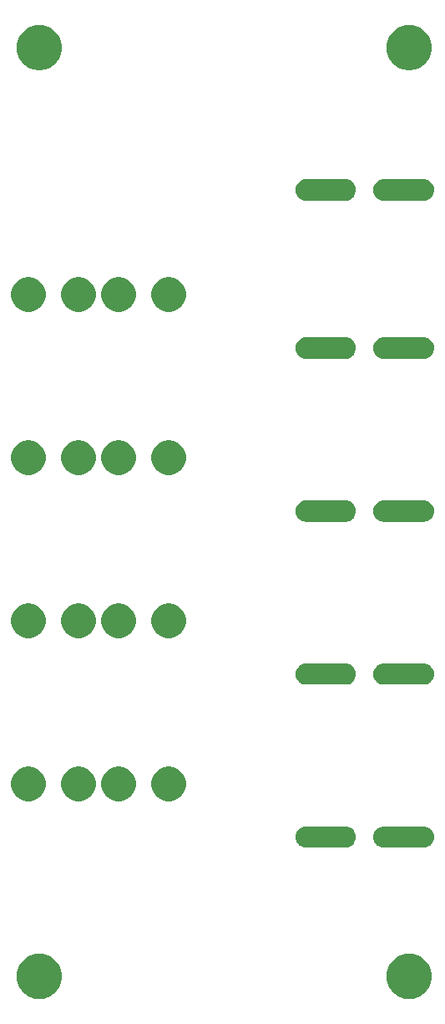
<source format=gbr>
G04 #@! TF.GenerationSoftware,KiCad,Pcbnew,5.1.5-52549c5~84~ubuntu18.04.1*
G04 #@! TF.CreationDate,2020-03-21T09:19:16-06:00*
G04 #@! TF.ProjectId,anderson_fuse_board,616e6465-7273-46f6-9e5f-667573655f62,rev?*
G04 #@! TF.SameCoordinates,Original*
G04 #@! TF.FileFunction,Soldermask,Top*
G04 #@! TF.FilePolarity,Negative*
%FSLAX46Y46*%
G04 Gerber Fmt 4.6, Leading zero omitted, Abs format (unit mm)*
G04 Created by KiCad (PCBNEW 5.1.5-52549c5~84~ubuntu18.04.1) date 2020-03-21 09:19:16*
%MOMM*%
%LPD*%
G04 APERTURE LIST*
%ADD10C,0.100000*%
G04 APERTURE END LIST*
D10*
G36*
X116948903Y-151743213D02*
G01*
X117171177Y-151787426D01*
X117589932Y-151960880D01*
X117966802Y-152212696D01*
X118287304Y-152533198D01*
X118539120Y-152910068D01*
X118712574Y-153328823D01*
X118801000Y-153773371D01*
X118801000Y-154226629D01*
X118712574Y-154671177D01*
X118539120Y-155089932D01*
X118287304Y-155466802D01*
X117966802Y-155787304D01*
X117589932Y-156039120D01*
X117171177Y-156212574D01*
X116948903Y-156256787D01*
X116726630Y-156301000D01*
X116273370Y-156301000D01*
X116051097Y-156256787D01*
X115828823Y-156212574D01*
X115410068Y-156039120D01*
X115033198Y-155787304D01*
X114712696Y-155466802D01*
X114460880Y-155089932D01*
X114287426Y-154671177D01*
X114199000Y-154226629D01*
X114199000Y-153773371D01*
X114287426Y-153328823D01*
X114460880Y-152910068D01*
X114712696Y-152533198D01*
X115033198Y-152212696D01*
X115410068Y-151960880D01*
X115828823Y-151787426D01*
X116051097Y-151743213D01*
X116273370Y-151699000D01*
X116726630Y-151699000D01*
X116948903Y-151743213D01*
G37*
G36*
X79448903Y-151743213D02*
G01*
X79671177Y-151787426D01*
X80089932Y-151960880D01*
X80466802Y-152212696D01*
X80787304Y-152533198D01*
X81039120Y-152910068D01*
X81212574Y-153328823D01*
X81301000Y-153773371D01*
X81301000Y-154226629D01*
X81212574Y-154671177D01*
X81039120Y-155089932D01*
X80787304Y-155466802D01*
X80466802Y-155787304D01*
X80089932Y-156039120D01*
X79671177Y-156212574D01*
X79448903Y-156256787D01*
X79226630Y-156301000D01*
X78773370Y-156301000D01*
X78551097Y-156256787D01*
X78328823Y-156212574D01*
X77910068Y-156039120D01*
X77533198Y-155787304D01*
X77212696Y-155466802D01*
X76960880Y-155089932D01*
X76787426Y-154671177D01*
X76699000Y-154226629D01*
X76699000Y-153773371D01*
X76787426Y-153328823D01*
X76960880Y-152910068D01*
X77212696Y-152533198D01*
X77533198Y-152212696D01*
X77910068Y-151960880D01*
X78328823Y-151787426D01*
X78551097Y-151743213D01*
X78773370Y-151699000D01*
X79226630Y-151699000D01*
X79448903Y-151743213D01*
G37*
G36*
X110136528Y-138819238D02*
G01*
X110242893Y-138829714D01*
X110447605Y-138891813D01*
X110636268Y-138992655D01*
X110687647Y-139034821D01*
X110801634Y-139128366D01*
X110895179Y-139242353D01*
X110937345Y-139293732D01*
X111038187Y-139482395D01*
X111100286Y-139687107D01*
X111121254Y-139900000D01*
X111100286Y-140112893D01*
X111038187Y-140317605D01*
X110937345Y-140506268D01*
X110895179Y-140557647D01*
X110801634Y-140671634D01*
X110687647Y-140765179D01*
X110636268Y-140807345D01*
X110447605Y-140908187D01*
X110242893Y-140970286D01*
X110136528Y-140980762D01*
X110083346Y-140986000D01*
X106016654Y-140986000D01*
X105963472Y-140980762D01*
X105857107Y-140970286D01*
X105652395Y-140908187D01*
X105463732Y-140807345D01*
X105412353Y-140765179D01*
X105298366Y-140671634D01*
X105204821Y-140557647D01*
X105162655Y-140506268D01*
X105061813Y-140317605D01*
X104999714Y-140112893D01*
X104978746Y-139900000D01*
X104999714Y-139687107D01*
X105061813Y-139482395D01*
X105162655Y-139293732D01*
X105204821Y-139242353D01*
X105298366Y-139128366D01*
X105412353Y-139034821D01*
X105463732Y-138992655D01*
X105652395Y-138891813D01*
X105857107Y-138829714D01*
X105963472Y-138819238D01*
X106016654Y-138814000D01*
X110083346Y-138814000D01*
X110136528Y-138819238D01*
G37*
G36*
X118036528Y-138819238D02*
G01*
X118142893Y-138829714D01*
X118347605Y-138891813D01*
X118536268Y-138992655D01*
X118587647Y-139034821D01*
X118701634Y-139128366D01*
X118795179Y-139242353D01*
X118837345Y-139293732D01*
X118938187Y-139482395D01*
X119000286Y-139687107D01*
X119021254Y-139900000D01*
X119000286Y-140112893D01*
X118938187Y-140317605D01*
X118837345Y-140506268D01*
X118795179Y-140557647D01*
X118701634Y-140671634D01*
X118587647Y-140765179D01*
X118536268Y-140807345D01*
X118347605Y-140908187D01*
X118142893Y-140970286D01*
X118036528Y-140980762D01*
X117983346Y-140986000D01*
X113916654Y-140986000D01*
X113863472Y-140980762D01*
X113757107Y-140970286D01*
X113552395Y-140908187D01*
X113363732Y-140807345D01*
X113312353Y-140765179D01*
X113198366Y-140671634D01*
X113104821Y-140557647D01*
X113062655Y-140506268D01*
X112961813Y-140317605D01*
X112899714Y-140112893D01*
X112878746Y-139900000D01*
X112899714Y-139687107D01*
X112961813Y-139482395D01*
X113062655Y-139293732D01*
X113104821Y-139242353D01*
X113198366Y-139128366D01*
X113312353Y-139034821D01*
X113363732Y-138992655D01*
X113552395Y-138891813D01*
X113757107Y-138829714D01*
X113863472Y-138819238D01*
X113916654Y-138814000D01*
X117983346Y-138814000D01*
X118036528Y-138819238D01*
G37*
G36*
X92507985Y-132823860D02*
G01*
X92620748Y-132846290D01*
X92752741Y-132900963D01*
X92939408Y-132978283D01*
X93226196Y-133169909D01*
X93470091Y-133413804D01*
X93661717Y-133700592D01*
X93793710Y-134019253D01*
X93861000Y-134357540D01*
X93861000Y-134702460D01*
X93793710Y-135040747D01*
X93661717Y-135359408D01*
X93470091Y-135646196D01*
X93226196Y-135890091D01*
X92939408Y-136081717D01*
X92752741Y-136159037D01*
X92620748Y-136213710D01*
X92507985Y-136236140D01*
X92282460Y-136281000D01*
X91937540Y-136281000D01*
X91712015Y-136236140D01*
X91599252Y-136213710D01*
X91467259Y-136159037D01*
X91280592Y-136081717D01*
X90993804Y-135890091D01*
X90749909Y-135646196D01*
X90558283Y-135359408D01*
X90426290Y-135040747D01*
X90359000Y-134702460D01*
X90359000Y-134357540D01*
X90426290Y-134019253D01*
X90558283Y-133700592D01*
X90749909Y-133413804D01*
X90993804Y-133169909D01*
X91280592Y-132978283D01*
X91467259Y-132900963D01*
X91599252Y-132846290D01*
X91712015Y-132823860D01*
X91937540Y-132779000D01*
X92282460Y-132779000D01*
X92507985Y-132823860D01*
G37*
G36*
X87427985Y-132823860D02*
G01*
X87540748Y-132846290D01*
X87672741Y-132900963D01*
X87859408Y-132978283D01*
X88146196Y-133169909D01*
X88390091Y-133413804D01*
X88581717Y-133700592D01*
X88713710Y-134019253D01*
X88781000Y-134357540D01*
X88781000Y-134702460D01*
X88713710Y-135040747D01*
X88581717Y-135359408D01*
X88390091Y-135646196D01*
X88146196Y-135890091D01*
X87859408Y-136081717D01*
X87672741Y-136159037D01*
X87540748Y-136213710D01*
X87427985Y-136236140D01*
X87202460Y-136281000D01*
X86857540Y-136281000D01*
X86632015Y-136236140D01*
X86519252Y-136213710D01*
X86387259Y-136159037D01*
X86200592Y-136081717D01*
X85913804Y-135890091D01*
X85669909Y-135646196D01*
X85478283Y-135359408D01*
X85346290Y-135040747D01*
X85279000Y-134702460D01*
X85279000Y-134357540D01*
X85346290Y-134019253D01*
X85478283Y-133700592D01*
X85669909Y-133413804D01*
X85913804Y-133169909D01*
X86200592Y-132978283D01*
X86387259Y-132900963D01*
X86519252Y-132846290D01*
X86632015Y-132823860D01*
X86857540Y-132779000D01*
X87202460Y-132779000D01*
X87427985Y-132823860D01*
G37*
G36*
X83367985Y-132823860D02*
G01*
X83480748Y-132846290D01*
X83612741Y-132900963D01*
X83799408Y-132978283D01*
X84086196Y-133169909D01*
X84330091Y-133413804D01*
X84521717Y-133700592D01*
X84653710Y-134019253D01*
X84721000Y-134357540D01*
X84721000Y-134702460D01*
X84653710Y-135040747D01*
X84521717Y-135359408D01*
X84330091Y-135646196D01*
X84086196Y-135890091D01*
X83799408Y-136081717D01*
X83612741Y-136159037D01*
X83480748Y-136213710D01*
X83367985Y-136236140D01*
X83142460Y-136281000D01*
X82797540Y-136281000D01*
X82572015Y-136236140D01*
X82459252Y-136213710D01*
X82327259Y-136159037D01*
X82140592Y-136081717D01*
X81853804Y-135890091D01*
X81609909Y-135646196D01*
X81418283Y-135359408D01*
X81286290Y-135040747D01*
X81219000Y-134702460D01*
X81219000Y-134357540D01*
X81286290Y-134019253D01*
X81418283Y-133700592D01*
X81609909Y-133413804D01*
X81853804Y-133169909D01*
X82140592Y-132978283D01*
X82327259Y-132900963D01*
X82459252Y-132846290D01*
X82572015Y-132823860D01*
X82797540Y-132779000D01*
X83142460Y-132779000D01*
X83367985Y-132823860D01*
G37*
G36*
X78287985Y-132823860D02*
G01*
X78400748Y-132846290D01*
X78532741Y-132900963D01*
X78719408Y-132978283D01*
X79006196Y-133169909D01*
X79250091Y-133413804D01*
X79441717Y-133700592D01*
X79573710Y-134019253D01*
X79641000Y-134357540D01*
X79641000Y-134702460D01*
X79573710Y-135040747D01*
X79441717Y-135359408D01*
X79250091Y-135646196D01*
X79006196Y-135890091D01*
X78719408Y-136081717D01*
X78532741Y-136159037D01*
X78400748Y-136213710D01*
X78287985Y-136236140D01*
X78062460Y-136281000D01*
X77717540Y-136281000D01*
X77492015Y-136236140D01*
X77379252Y-136213710D01*
X77247259Y-136159037D01*
X77060592Y-136081717D01*
X76773804Y-135890091D01*
X76529909Y-135646196D01*
X76338283Y-135359408D01*
X76206290Y-135040747D01*
X76139000Y-134702460D01*
X76139000Y-134357540D01*
X76206290Y-134019253D01*
X76338283Y-133700592D01*
X76529909Y-133413804D01*
X76773804Y-133169909D01*
X77060592Y-132978283D01*
X77247259Y-132900963D01*
X77379252Y-132846290D01*
X77492015Y-132823860D01*
X77717540Y-132779000D01*
X78062460Y-132779000D01*
X78287985Y-132823860D01*
G37*
G36*
X110136528Y-122319238D02*
G01*
X110242893Y-122329714D01*
X110447605Y-122391813D01*
X110636268Y-122492655D01*
X110687647Y-122534821D01*
X110801634Y-122628366D01*
X110895179Y-122742353D01*
X110937345Y-122793732D01*
X111038187Y-122982395D01*
X111100286Y-123187107D01*
X111121254Y-123400000D01*
X111100286Y-123612893D01*
X111038187Y-123817605D01*
X110937345Y-124006268D01*
X110895179Y-124057647D01*
X110801634Y-124171634D01*
X110687647Y-124265179D01*
X110636268Y-124307345D01*
X110447605Y-124408187D01*
X110242893Y-124470286D01*
X110136528Y-124480762D01*
X110083346Y-124486000D01*
X106016654Y-124486000D01*
X105963472Y-124480762D01*
X105857107Y-124470286D01*
X105652395Y-124408187D01*
X105463732Y-124307345D01*
X105412353Y-124265179D01*
X105298366Y-124171634D01*
X105204821Y-124057647D01*
X105162655Y-124006268D01*
X105061813Y-123817605D01*
X104999714Y-123612893D01*
X104978746Y-123400000D01*
X104999714Y-123187107D01*
X105061813Y-122982395D01*
X105162655Y-122793732D01*
X105204821Y-122742353D01*
X105298366Y-122628366D01*
X105412353Y-122534821D01*
X105463732Y-122492655D01*
X105652395Y-122391813D01*
X105857107Y-122329714D01*
X105963472Y-122319238D01*
X106016654Y-122314000D01*
X110083346Y-122314000D01*
X110136528Y-122319238D01*
G37*
G36*
X118036528Y-122319238D02*
G01*
X118142893Y-122329714D01*
X118347605Y-122391813D01*
X118536268Y-122492655D01*
X118587647Y-122534821D01*
X118701634Y-122628366D01*
X118795179Y-122742353D01*
X118837345Y-122793732D01*
X118938187Y-122982395D01*
X119000286Y-123187107D01*
X119021254Y-123400000D01*
X119000286Y-123612893D01*
X118938187Y-123817605D01*
X118837345Y-124006268D01*
X118795179Y-124057647D01*
X118701634Y-124171634D01*
X118587647Y-124265179D01*
X118536268Y-124307345D01*
X118347605Y-124408187D01*
X118142893Y-124470286D01*
X118036528Y-124480762D01*
X117983346Y-124486000D01*
X113916654Y-124486000D01*
X113863472Y-124480762D01*
X113757107Y-124470286D01*
X113552395Y-124408187D01*
X113363732Y-124307345D01*
X113312353Y-124265179D01*
X113198366Y-124171634D01*
X113104821Y-124057647D01*
X113062655Y-124006268D01*
X112961813Y-123817605D01*
X112899714Y-123612893D01*
X112878746Y-123400000D01*
X112899714Y-123187107D01*
X112961813Y-122982395D01*
X113062655Y-122793732D01*
X113104821Y-122742353D01*
X113198366Y-122628366D01*
X113312353Y-122534821D01*
X113363732Y-122492655D01*
X113552395Y-122391813D01*
X113757107Y-122329714D01*
X113863472Y-122319238D01*
X113916654Y-122314000D01*
X117983346Y-122314000D01*
X118036528Y-122319238D01*
G37*
G36*
X92507985Y-116313860D02*
G01*
X92620748Y-116336290D01*
X92752741Y-116390963D01*
X92939408Y-116468283D01*
X93226196Y-116659909D01*
X93470091Y-116903804D01*
X93661717Y-117190592D01*
X93793710Y-117509253D01*
X93861000Y-117847540D01*
X93861000Y-118192460D01*
X93793710Y-118530747D01*
X93661717Y-118849408D01*
X93470091Y-119136196D01*
X93226196Y-119380091D01*
X92939408Y-119571717D01*
X92752741Y-119649037D01*
X92620748Y-119703710D01*
X92507985Y-119726140D01*
X92282460Y-119771000D01*
X91937540Y-119771000D01*
X91712015Y-119726140D01*
X91599252Y-119703710D01*
X91467259Y-119649037D01*
X91280592Y-119571717D01*
X90993804Y-119380091D01*
X90749909Y-119136196D01*
X90558283Y-118849408D01*
X90426290Y-118530747D01*
X90359000Y-118192460D01*
X90359000Y-117847540D01*
X90426290Y-117509253D01*
X90558283Y-117190592D01*
X90749909Y-116903804D01*
X90993804Y-116659909D01*
X91280592Y-116468283D01*
X91467259Y-116390963D01*
X91599252Y-116336290D01*
X91712015Y-116313860D01*
X91937540Y-116269000D01*
X92282460Y-116269000D01*
X92507985Y-116313860D01*
G37*
G36*
X78287985Y-116313860D02*
G01*
X78400748Y-116336290D01*
X78532741Y-116390963D01*
X78719408Y-116468283D01*
X79006196Y-116659909D01*
X79250091Y-116903804D01*
X79441717Y-117190592D01*
X79573710Y-117509253D01*
X79641000Y-117847540D01*
X79641000Y-118192460D01*
X79573710Y-118530747D01*
X79441717Y-118849408D01*
X79250091Y-119136196D01*
X79006196Y-119380091D01*
X78719408Y-119571717D01*
X78532741Y-119649037D01*
X78400748Y-119703710D01*
X78287985Y-119726140D01*
X78062460Y-119771000D01*
X77717540Y-119771000D01*
X77492015Y-119726140D01*
X77379252Y-119703710D01*
X77247259Y-119649037D01*
X77060592Y-119571717D01*
X76773804Y-119380091D01*
X76529909Y-119136196D01*
X76338283Y-118849408D01*
X76206290Y-118530747D01*
X76139000Y-118192460D01*
X76139000Y-117847540D01*
X76206290Y-117509253D01*
X76338283Y-117190592D01*
X76529909Y-116903804D01*
X76773804Y-116659909D01*
X77060592Y-116468283D01*
X77247259Y-116390963D01*
X77379252Y-116336290D01*
X77492015Y-116313860D01*
X77717540Y-116269000D01*
X78062460Y-116269000D01*
X78287985Y-116313860D01*
G37*
G36*
X83367985Y-116313860D02*
G01*
X83480748Y-116336290D01*
X83612741Y-116390963D01*
X83799408Y-116468283D01*
X84086196Y-116659909D01*
X84330091Y-116903804D01*
X84521717Y-117190592D01*
X84653710Y-117509253D01*
X84721000Y-117847540D01*
X84721000Y-118192460D01*
X84653710Y-118530747D01*
X84521717Y-118849408D01*
X84330091Y-119136196D01*
X84086196Y-119380091D01*
X83799408Y-119571717D01*
X83612741Y-119649037D01*
X83480748Y-119703710D01*
X83367985Y-119726140D01*
X83142460Y-119771000D01*
X82797540Y-119771000D01*
X82572015Y-119726140D01*
X82459252Y-119703710D01*
X82327259Y-119649037D01*
X82140592Y-119571717D01*
X81853804Y-119380091D01*
X81609909Y-119136196D01*
X81418283Y-118849408D01*
X81286290Y-118530747D01*
X81219000Y-118192460D01*
X81219000Y-117847540D01*
X81286290Y-117509253D01*
X81418283Y-117190592D01*
X81609909Y-116903804D01*
X81853804Y-116659909D01*
X82140592Y-116468283D01*
X82327259Y-116390963D01*
X82459252Y-116336290D01*
X82572015Y-116313860D01*
X82797540Y-116269000D01*
X83142460Y-116269000D01*
X83367985Y-116313860D01*
G37*
G36*
X87427985Y-116313860D02*
G01*
X87540748Y-116336290D01*
X87672741Y-116390963D01*
X87859408Y-116468283D01*
X88146196Y-116659909D01*
X88390091Y-116903804D01*
X88581717Y-117190592D01*
X88713710Y-117509253D01*
X88781000Y-117847540D01*
X88781000Y-118192460D01*
X88713710Y-118530747D01*
X88581717Y-118849408D01*
X88390091Y-119136196D01*
X88146196Y-119380091D01*
X87859408Y-119571717D01*
X87672741Y-119649037D01*
X87540748Y-119703710D01*
X87427985Y-119726140D01*
X87202460Y-119771000D01*
X86857540Y-119771000D01*
X86632015Y-119726140D01*
X86519252Y-119703710D01*
X86387259Y-119649037D01*
X86200592Y-119571717D01*
X85913804Y-119380091D01*
X85669909Y-119136196D01*
X85478283Y-118849408D01*
X85346290Y-118530747D01*
X85279000Y-118192460D01*
X85279000Y-117847540D01*
X85346290Y-117509253D01*
X85478283Y-117190592D01*
X85669909Y-116903804D01*
X85913804Y-116659909D01*
X86200592Y-116468283D01*
X86387259Y-116390963D01*
X86519252Y-116336290D01*
X86632015Y-116313860D01*
X86857540Y-116269000D01*
X87202460Y-116269000D01*
X87427985Y-116313860D01*
G37*
G36*
X110136528Y-105819238D02*
G01*
X110242893Y-105829714D01*
X110447605Y-105891813D01*
X110636268Y-105992655D01*
X110687647Y-106034821D01*
X110801634Y-106128366D01*
X110895179Y-106242353D01*
X110937345Y-106293732D01*
X111038187Y-106482395D01*
X111100286Y-106687107D01*
X111121254Y-106900000D01*
X111100286Y-107112893D01*
X111038187Y-107317605D01*
X110937345Y-107506268D01*
X110895179Y-107557647D01*
X110801634Y-107671634D01*
X110687647Y-107765179D01*
X110636268Y-107807345D01*
X110447605Y-107908187D01*
X110242893Y-107970286D01*
X110136528Y-107980762D01*
X110083346Y-107986000D01*
X106016654Y-107986000D01*
X105963472Y-107980762D01*
X105857107Y-107970286D01*
X105652395Y-107908187D01*
X105463732Y-107807345D01*
X105412353Y-107765179D01*
X105298366Y-107671634D01*
X105204821Y-107557647D01*
X105162655Y-107506268D01*
X105061813Y-107317605D01*
X104999714Y-107112893D01*
X104978746Y-106900000D01*
X104999714Y-106687107D01*
X105061813Y-106482395D01*
X105162655Y-106293732D01*
X105204821Y-106242353D01*
X105298366Y-106128366D01*
X105412353Y-106034821D01*
X105463732Y-105992655D01*
X105652395Y-105891813D01*
X105857107Y-105829714D01*
X105963472Y-105819238D01*
X106016654Y-105814000D01*
X110083346Y-105814000D01*
X110136528Y-105819238D01*
G37*
G36*
X118036528Y-105819238D02*
G01*
X118142893Y-105829714D01*
X118347605Y-105891813D01*
X118536268Y-105992655D01*
X118587647Y-106034821D01*
X118701634Y-106128366D01*
X118795179Y-106242353D01*
X118837345Y-106293732D01*
X118938187Y-106482395D01*
X119000286Y-106687107D01*
X119021254Y-106900000D01*
X119000286Y-107112893D01*
X118938187Y-107317605D01*
X118837345Y-107506268D01*
X118795179Y-107557647D01*
X118701634Y-107671634D01*
X118587647Y-107765179D01*
X118536268Y-107807345D01*
X118347605Y-107908187D01*
X118142893Y-107970286D01*
X118036528Y-107980762D01*
X117983346Y-107986000D01*
X113916654Y-107986000D01*
X113863472Y-107980762D01*
X113757107Y-107970286D01*
X113552395Y-107908187D01*
X113363732Y-107807345D01*
X113312353Y-107765179D01*
X113198366Y-107671634D01*
X113104821Y-107557647D01*
X113062655Y-107506268D01*
X112961813Y-107317605D01*
X112899714Y-107112893D01*
X112878746Y-106900000D01*
X112899714Y-106687107D01*
X112961813Y-106482395D01*
X113062655Y-106293732D01*
X113104821Y-106242353D01*
X113198366Y-106128366D01*
X113312353Y-106034821D01*
X113363732Y-105992655D01*
X113552395Y-105891813D01*
X113757107Y-105829714D01*
X113863472Y-105819238D01*
X113916654Y-105814000D01*
X117983346Y-105814000D01*
X118036528Y-105819238D01*
G37*
G36*
X83367985Y-99803860D02*
G01*
X83480748Y-99826290D01*
X83612741Y-99880963D01*
X83799408Y-99958283D01*
X84086196Y-100149909D01*
X84330091Y-100393804D01*
X84521717Y-100680592D01*
X84653710Y-100999253D01*
X84721000Y-101337540D01*
X84721000Y-101682460D01*
X84653710Y-102020747D01*
X84521717Y-102339408D01*
X84330091Y-102626196D01*
X84086196Y-102870091D01*
X83799408Y-103061717D01*
X83612741Y-103139037D01*
X83480748Y-103193710D01*
X83367985Y-103216140D01*
X83142460Y-103261000D01*
X82797540Y-103261000D01*
X82572015Y-103216140D01*
X82459252Y-103193710D01*
X82327259Y-103139037D01*
X82140592Y-103061717D01*
X81853804Y-102870091D01*
X81609909Y-102626196D01*
X81418283Y-102339408D01*
X81286290Y-102020747D01*
X81219000Y-101682460D01*
X81219000Y-101337540D01*
X81286290Y-100999253D01*
X81418283Y-100680592D01*
X81609909Y-100393804D01*
X81853804Y-100149909D01*
X82140592Y-99958283D01*
X82327259Y-99880963D01*
X82459252Y-99826290D01*
X82572015Y-99803860D01*
X82797540Y-99759000D01*
X83142460Y-99759000D01*
X83367985Y-99803860D01*
G37*
G36*
X92507985Y-99803860D02*
G01*
X92620748Y-99826290D01*
X92752741Y-99880963D01*
X92939408Y-99958283D01*
X93226196Y-100149909D01*
X93470091Y-100393804D01*
X93661717Y-100680592D01*
X93793710Y-100999253D01*
X93861000Y-101337540D01*
X93861000Y-101682460D01*
X93793710Y-102020747D01*
X93661717Y-102339408D01*
X93470091Y-102626196D01*
X93226196Y-102870091D01*
X92939408Y-103061717D01*
X92752741Y-103139037D01*
X92620748Y-103193710D01*
X92507985Y-103216140D01*
X92282460Y-103261000D01*
X91937540Y-103261000D01*
X91712015Y-103216140D01*
X91599252Y-103193710D01*
X91467259Y-103139037D01*
X91280592Y-103061717D01*
X90993804Y-102870091D01*
X90749909Y-102626196D01*
X90558283Y-102339408D01*
X90426290Y-102020747D01*
X90359000Y-101682460D01*
X90359000Y-101337540D01*
X90426290Y-100999253D01*
X90558283Y-100680592D01*
X90749909Y-100393804D01*
X90993804Y-100149909D01*
X91280592Y-99958283D01*
X91467259Y-99880963D01*
X91599252Y-99826290D01*
X91712015Y-99803860D01*
X91937540Y-99759000D01*
X92282460Y-99759000D01*
X92507985Y-99803860D01*
G37*
G36*
X87427985Y-99803860D02*
G01*
X87540748Y-99826290D01*
X87672741Y-99880963D01*
X87859408Y-99958283D01*
X88146196Y-100149909D01*
X88390091Y-100393804D01*
X88581717Y-100680592D01*
X88713710Y-100999253D01*
X88781000Y-101337540D01*
X88781000Y-101682460D01*
X88713710Y-102020747D01*
X88581717Y-102339408D01*
X88390091Y-102626196D01*
X88146196Y-102870091D01*
X87859408Y-103061717D01*
X87672741Y-103139037D01*
X87540748Y-103193710D01*
X87427985Y-103216140D01*
X87202460Y-103261000D01*
X86857540Y-103261000D01*
X86632015Y-103216140D01*
X86519252Y-103193710D01*
X86387259Y-103139037D01*
X86200592Y-103061717D01*
X85913804Y-102870091D01*
X85669909Y-102626196D01*
X85478283Y-102339408D01*
X85346290Y-102020747D01*
X85279000Y-101682460D01*
X85279000Y-101337540D01*
X85346290Y-100999253D01*
X85478283Y-100680592D01*
X85669909Y-100393804D01*
X85913804Y-100149909D01*
X86200592Y-99958283D01*
X86387259Y-99880963D01*
X86519252Y-99826290D01*
X86632015Y-99803860D01*
X86857540Y-99759000D01*
X87202460Y-99759000D01*
X87427985Y-99803860D01*
G37*
G36*
X78287985Y-99803860D02*
G01*
X78400748Y-99826290D01*
X78532741Y-99880963D01*
X78719408Y-99958283D01*
X79006196Y-100149909D01*
X79250091Y-100393804D01*
X79441717Y-100680592D01*
X79573710Y-100999253D01*
X79641000Y-101337540D01*
X79641000Y-101682460D01*
X79573710Y-102020747D01*
X79441717Y-102339408D01*
X79250091Y-102626196D01*
X79006196Y-102870091D01*
X78719408Y-103061717D01*
X78532741Y-103139037D01*
X78400748Y-103193710D01*
X78287985Y-103216140D01*
X78062460Y-103261000D01*
X77717540Y-103261000D01*
X77492015Y-103216140D01*
X77379252Y-103193710D01*
X77247259Y-103139037D01*
X77060592Y-103061717D01*
X76773804Y-102870091D01*
X76529909Y-102626196D01*
X76338283Y-102339408D01*
X76206290Y-102020747D01*
X76139000Y-101682460D01*
X76139000Y-101337540D01*
X76206290Y-100999253D01*
X76338283Y-100680592D01*
X76529909Y-100393804D01*
X76773804Y-100149909D01*
X77060592Y-99958283D01*
X77247259Y-99880963D01*
X77379252Y-99826290D01*
X77492015Y-99803860D01*
X77717540Y-99759000D01*
X78062460Y-99759000D01*
X78287985Y-99803860D01*
G37*
G36*
X118036528Y-89319238D02*
G01*
X118142893Y-89329714D01*
X118347605Y-89391813D01*
X118536268Y-89492655D01*
X118587647Y-89534821D01*
X118701634Y-89628366D01*
X118795179Y-89742353D01*
X118837345Y-89793732D01*
X118938187Y-89982395D01*
X119000286Y-90187107D01*
X119021254Y-90400000D01*
X119000286Y-90612893D01*
X118938187Y-90817605D01*
X118837345Y-91006268D01*
X118795179Y-91057647D01*
X118701634Y-91171634D01*
X118587647Y-91265179D01*
X118536268Y-91307345D01*
X118347605Y-91408187D01*
X118142893Y-91470286D01*
X118036528Y-91480762D01*
X117983346Y-91486000D01*
X113916654Y-91486000D01*
X113863472Y-91480762D01*
X113757107Y-91470286D01*
X113552395Y-91408187D01*
X113363732Y-91307345D01*
X113312353Y-91265179D01*
X113198366Y-91171634D01*
X113104821Y-91057647D01*
X113062655Y-91006268D01*
X112961813Y-90817605D01*
X112899714Y-90612893D01*
X112878746Y-90400000D01*
X112899714Y-90187107D01*
X112961813Y-89982395D01*
X113062655Y-89793732D01*
X113104821Y-89742353D01*
X113198366Y-89628366D01*
X113312353Y-89534821D01*
X113363732Y-89492655D01*
X113552395Y-89391813D01*
X113757107Y-89329714D01*
X113863472Y-89319238D01*
X113916654Y-89314000D01*
X117983346Y-89314000D01*
X118036528Y-89319238D01*
G37*
G36*
X110136528Y-89319238D02*
G01*
X110242893Y-89329714D01*
X110447605Y-89391813D01*
X110636268Y-89492655D01*
X110687647Y-89534821D01*
X110801634Y-89628366D01*
X110895179Y-89742353D01*
X110937345Y-89793732D01*
X111038187Y-89982395D01*
X111100286Y-90187107D01*
X111121254Y-90400000D01*
X111100286Y-90612893D01*
X111038187Y-90817605D01*
X110937345Y-91006268D01*
X110895179Y-91057647D01*
X110801634Y-91171634D01*
X110687647Y-91265179D01*
X110636268Y-91307345D01*
X110447605Y-91408187D01*
X110242893Y-91470286D01*
X110136528Y-91480762D01*
X110083346Y-91486000D01*
X106016654Y-91486000D01*
X105963472Y-91480762D01*
X105857107Y-91470286D01*
X105652395Y-91408187D01*
X105463732Y-91307345D01*
X105412353Y-91265179D01*
X105298366Y-91171634D01*
X105204821Y-91057647D01*
X105162655Y-91006268D01*
X105061813Y-90817605D01*
X104999714Y-90612893D01*
X104978746Y-90400000D01*
X104999714Y-90187107D01*
X105061813Y-89982395D01*
X105162655Y-89793732D01*
X105204821Y-89742353D01*
X105298366Y-89628366D01*
X105412353Y-89534821D01*
X105463732Y-89492655D01*
X105652395Y-89391813D01*
X105857107Y-89329714D01*
X105963472Y-89319238D01*
X106016654Y-89314000D01*
X110083346Y-89314000D01*
X110136528Y-89319238D01*
G37*
G36*
X83367985Y-83293860D02*
G01*
X83480748Y-83316290D01*
X83612741Y-83370963D01*
X83799408Y-83448283D01*
X84086196Y-83639909D01*
X84330091Y-83883804D01*
X84521717Y-84170592D01*
X84653710Y-84489253D01*
X84721000Y-84827540D01*
X84721000Y-85172460D01*
X84653710Y-85510747D01*
X84521717Y-85829408D01*
X84330091Y-86116196D01*
X84086196Y-86360091D01*
X83799408Y-86551717D01*
X83612741Y-86629037D01*
X83480748Y-86683710D01*
X83367985Y-86706140D01*
X83142460Y-86751000D01*
X82797540Y-86751000D01*
X82572015Y-86706140D01*
X82459252Y-86683710D01*
X82327259Y-86629037D01*
X82140592Y-86551717D01*
X81853804Y-86360091D01*
X81609909Y-86116196D01*
X81418283Y-85829408D01*
X81286290Y-85510747D01*
X81219000Y-85172460D01*
X81219000Y-84827540D01*
X81286290Y-84489253D01*
X81418283Y-84170592D01*
X81609909Y-83883804D01*
X81853804Y-83639909D01*
X82140592Y-83448283D01*
X82327259Y-83370963D01*
X82459252Y-83316290D01*
X82572015Y-83293860D01*
X82797540Y-83249000D01*
X83142460Y-83249000D01*
X83367985Y-83293860D01*
G37*
G36*
X92507985Y-83293860D02*
G01*
X92620748Y-83316290D01*
X92752741Y-83370963D01*
X92939408Y-83448283D01*
X93226196Y-83639909D01*
X93470091Y-83883804D01*
X93661717Y-84170592D01*
X93793710Y-84489253D01*
X93861000Y-84827540D01*
X93861000Y-85172460D01*
X93793710Y-85510747D01*
X93661717Y-85829408D01*
X93470091Y-86116196D01*
X93226196Y-86360091D01*
X92939408Y-86551717D01*
X92752741Y-86629037D01*
X92620748Y-86683710D01*
X92507985Y-86706140D01*
X92282460Y-86751000D01*
X91937540Y-86751000D01*
X91712015Y-86706140D01*
X91599252Y-86683710D01*
X91467259Y-86629037D01*
X91280592Y-86551717D01*
X90993804Y-86360091D01*
X90749909Y-86116196D01*
X90558283Y-85829408D01*
X90426290Y-85510747D01*
X90359000Y-85172460D01*
X90359000Y-84827540D01*
X90426290Y-84489253D01*
X90558283Y-84170592D01*
X90749909Y-83883804D01*
X90993804Y-83639909D01*
X91280592Y-83448283D01*
X91467259Y-83370963D01*
X91599252Y-83316290D01*
X91712015Y-83293860D01*
X91937540Y-83249000D01*
X92282460Y-83249000D01*
X92507985Y-83293860D01*
G37*
G36*
X87427985Y-83293860D02*
G01*
X87540748Y-83316290D01*
X87672741Y-83370963D01*
X87859408Y-83448283D01*
X88146196Y-83639909D01*
X88390091Y-83883804D01*
X88581717Y-84170592D01*
X88713710Y-84489253D01*
X88781000Y-84827540D01*
X88781000Y-85172460D01*
X88713710Y-85510747D01*
X88581717Y-85829408D01*
X88390091Y-86116196D01*
X88146196Y-86360091D01*
X87859408Y-86551717D01*
X87672741Y-86629037D01*
X87540748Y-86683710D01*
X87427985Y-86706140D01*
X87202460Y-86751000D01*
X86857540Y-86751000D01*
X86632015Y-86706140D01*
X86519252Y-86683710D01*
X86387259Y-86629037D01*
X86200592Y-86551717D01*
X85913804Y-86360091D01*
X85669909Y-86116196D01*
X85478283Y-85829408D01*
X85346290Y-85510747D01*
X85279000Y-85172460D01*
X85279000Y-84827540D01*
X85346290Y-84489253D01*
X85478283Y-84170592D01*
X85669909Y-83883804D01*
X85913804Y-83639909D01*
X86200592Y-83448283D01*
X86387259Y-83370963D01*
X86519252Y-83316290D01*
X86632015Y-83293860D01*
X86857540Y-83249000D01*
X87202460Y-83249000D01*
X87427985Y-83293860D01*
G37*
G36*
X78287985Y-83293860D02*
G01*
X78400748Y-83316290D01*
X78532741Y-83370963D01*
X78719408Y-83448283D01*
X79006196Y-83639909D01*
X79250091Y-83883804D01*
X79441717Y-84170592D01*
X79573710Y-84489253D01*
X79641000Y-84827540D01*
X79641000Y-85172460D01*
X79573710Y-85510747D01*
X79441717Y-85829408D01*
X79250091Y-86116196D01*
X79006196Y-86360091D01*
X78719408Y-86551717D01*
X78532741Y-86629037D01*
X78400748Y-86683710D01*
X78287985Y-86706140D01*
X78062460Y-86751000D01*
X77717540Y-86751000D01*
X77492015Y-86706140D01*
X77379252Y-86683710D01*
X77247259Y-86629037D01*
X77060592Y-86551717D01*
X76773804Y-86360091D01*
X76529909Y-86116196D01*
X76338283Y-85829408D01*
X76206290Y-85510747D01*
X76139000Y-85172460D01*
X76139000Y-84827540D01*
X76206290Y-84489253D01*
X76338283Y-84170592D01*
X76529909Y-83883804D01*
X76773804Y-83639909D01*
X77060592Y-83448283D01*
X77247259Y-83370963D01*
X77379252Y-83316290D01*
X77492015Y-83293860D01*
X77717540Y-83249000D01*
X78062460Y-83249000D01*
X78287985Y-83293860D01*
G37*
G36*
X110136528Y-73319238D02*
G01*
X110242893Y-73329714D01*
X110447605Y-73391813D01*
X110636268Y-73492655D01*
X110687647Y-73534821D01*
X110801634Y-73628366D01*
X110895179Y-73742353D01*
X110937345Y-73793732D01*
X111038187Y-73982395D01*
X111100286Y-74187107D01*
X111121254Y-74400000D01*
X111100286Y-74612893D01*
X111038187Y-74817605D01*
X110937345Y-75006268D01*
X110895179Y-75057647D01*
X110801634Y-75171634D01*
X110687647Y-75265179D01*
X110636268Y-75307345D01*
X110447605Y-75408187D01*
X110242893Y-75470286D01*
X110136528Y-75480762D01*
X110083346Y-75486000D01*
X106016654Y-75486000D01*
X105963472Y-75480762D01*
X105857107Y-75470286D01*
X105652395Y-75408187D01*
X105463732Y-75307345D01*
X105412353Y-75265179D01*
X105298366Y-75171634D01*
X105204821Y-75057647D01*
X105162655Y-75006268D01*
X105061813Y-74817605D01*
X104999714Y-74612893D01*
X104978746Y-74400000D01*
X104999714Y-74187107D01*
X105061813Y-73982395D01*
X105162655Y-73793732D01*
X105204821Y-73742353D01*
X105298366Y-73628366D01*
X105412353Y-73534821D01*
X105463732Y-73492655D01*
X105652395Y-73391813D01*
X105857107Y-73329714D01*
X105963472Y-73319238D01*
X106016654Y-73314000D01*
X110083346Y-73314000D01*
X110136528Y-73319238D01*
G37*
G36*
X118036528Y-73319238D02*
G01*
X118142893Y-73329714D01*
X118347605Y-73391813D01*
X118536268Y-73492655D01*
X118587647Y-73534821D01*
X118701634Y-73628366D01*
X118795179Y-73742353D01*
X118837345Y-73793732D01*
X118938187Y-73982395D01*
X119000286Y-74187107D01*
X119021254Y-74400000D01*
X119000286Y-74612893D01*
X118938187Y-74817605D01*
X118837345Y-75006268D01*
X118795179Y-75057647D01*
X118701634Y-75171634D01*
X118587647Y-75265179D01*
X118536268Y-75307345D01*
X118347605Y-75408187D01*
X118142893Y-75470286D01*
X118036528Y-75480762D01*
X117983346Y-75486000D01*
X113916654Y-75486000D01*
X113863472Y-75480762D01*
X113757107Y-75470286D01*
X113552395Y-75408187D01*
X113363732Y-75307345D01*
X113312353Y-75265179D01*
X113198366Y-75171634D01*
X113104821Y-75057647D01*
X113062655Y-75006268D01*
X112961813Y-74817605D01*
X112899714Y-74612893D01*
X112878746Y-74400000D01*
X112899714Y-74187107D01*
X112961813Y-73982395D01*
X113062655Y-73793732D01*
X113104821Y-73742353D01*
X113198366Y-73628366D01*
X113312353Y-73534821D01*
X113363732Y-73492655D01*
X113552395Y-73391813D01*
X113757107Y-73329714D01*
X113863472Y-73319238D01*
X113916654Y-73314000D01*
X117983346Y-73314000D01*
X118036528Y-73319238D01*
G37*
G36*
X116948903Y-57743213D02*
G01*
X117171177Y-57787426D01*
X117589932Y-57960880D01*
X117966802Y-58212696D01*
X118287304Y-58533198D01*
X118539120Y-58910068D01*
X118712574Y-59328823D01*
X118801000Y-59773371D01*
X118801000Y-60226629D01*
X118712574Y-60671177D01*
X118539120Y-61089932D01*
X118287304Y-61466802D01*
X117966802Y-61787304D01*
X117589932Y-62039120D01*
X117171177Y-62212574D01*
X116948903Y-62256787D01*
X116726630Y-62301000D01*
X116273370Y-62301000D01*
X116051097Y-62256787D01*
X115828823Y-62212574D01*
X115410068Y-62039120D01*
X115033198Y-61787304D01*
X114712696Y-61466802D01*
X114460880Y-61089932D01*
X114287426Y-60671177D01*
X114199000Y-60226629D01*
X114199000Y-59773371D01*
X114287426Y-59328823D01*
X114460880Y-58910068D01*
X114712696Y-58533198D01*
X115033198Y-58212696D01*
X115410068Y-57960880D01*
X115828823Y-57787426D01*
X116051097Y-57743213D01*
X116273370Y-57699000D01*
X116726630Y-57699000D01*
X116948903Y-57743213D01*
G37*
G36*
X79448903Y-57743213D02*
G01*
X79671177Y-57787426D01*
X80089932Y-57960880D01*
X80466802Y-58212696D01*
X80787304Y-58533198D01*
X81039120Y-58910068D01*
X81212574Y-59328823D01*
X81301000Y-59773371D01*
X81301000Y-60226629D01*
X81212574Y-60671177D01*
X81039120Y-61089932D01*
X80787304Y-61466802D01*
X80466802Y-61787304D01*
X80089932Y-62039120D01*
X79671177Y-62212574D01*
X79448903Y-62256787D01*
X79226630Y-62301000D01*
X78773370Y-62301000D01*
X78551097Y-62256787D01*
X78328823Y-62212574D01*
X77910068Y-62039120D01*
X77533198Y-61787304D01*
X77212696Y-61466802D01*
X76960880Y-61089932D01*
X76787426Y-60671177D01*
X76699000Y-60226629D01*
X76699000Y-59773371D01*
X76787426Y-59328823D01*
X76960880Y-58910068D01*
X77212696Y-58533198D01*
X77533198Y-58212696D01*
X77910068Y-57960880D01*
X78328823Y-57787426D01*
X78551097Y-57743213D01*
X78773370Y-57699000D01*
X79226630Y-57699000D01*
X79448903Y-57743213D01*
G37*
M02*

</source>
